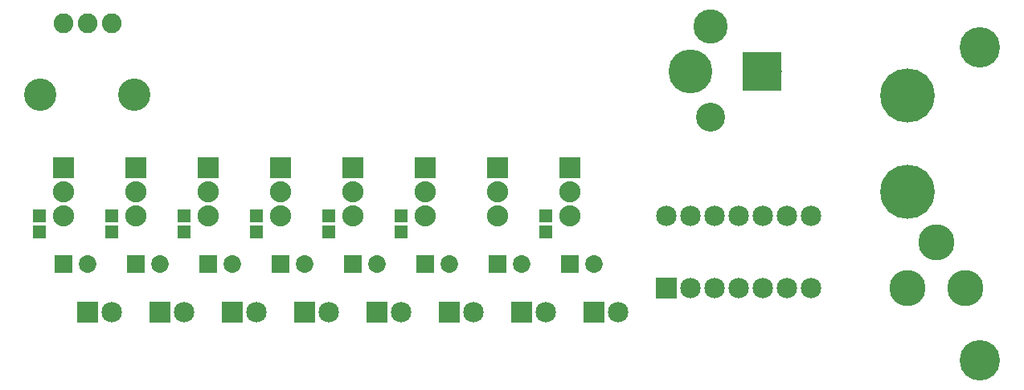
<source format=gts>
G04 MADE WITH FRITZING*
G04 WWW.FRITZING.ORG*
G04 DOUBLE SIDED*
G04 HOLES PLATED*
G04 CONTOUR ON CENTER OF CONTOUR VECTOR*
%ASAXBY*%
%FSLAX23Y23*%
%MOIN*%
%OFA0B0*%
%SFA1.0B1.0*%
%ADD10C,0.088000*%
%ADD11C,0.085000*%
%ADD12C,0.225000*%
%ADD13C,0.150000*%
%ADD14C,0.081889*%
%ADD15C,0.081917*%
%ADD16C,0.134033*%
%ADD17C,0.072992*%
%ADD18C,0.167480*%
%ADD19C,0.158000*%
%ADD20C,0.142000*%
%ADD21C,0.120000*%
%ADD22C,0.182000*%
%ADD23R,0.088000X0.088000*%
%ADD24R,0.085000X0.085000*%
%ADD25R,0.072992X0.072992*%
%ADD26R,0.053307X0.057244*%
%ADD27R,0.160000X0.160000*%
%LNMASK1*%
G90*
G70*
G54D10*
X233Y953D03*
X233Y853D03*
X233Y753D03*
X533Y953D03*
X533Y853D03*
X533Y753D03*
X833Y953D03*
X833Y853D03*
X833Y753D03*
X1133Y953D03*
X1133Y853D03*
X1133Y753D03*
X1433Y953D03*
X1433Y853D03*
X1433Y753D03*
X1733Y953D03*
X1733Y853D03*
X1733Y753D03*
X2033Y953D03*
X2033Y853D03*
X2033Y753D03*
X2333Y953D03*
X2333Y853D03*
X2333Y753D03*
G54D11*
X2433Y353D03*
X2533Y353D03*
X2133Y353D03*
X2233Y353D03*
X1833Y353D03*
X1933Y353D03*
X1533Y353D03*
X1633Y353D03*
X1233Y353D03*
X1333Y353D03*
X933Y353D03*
X1033Y353D03*
X633Y353D03*
X733Y353D03*
X333Y353D03*
X433Y353D03*
X2733Y453D03*
X2733Y753D03*
X2833Y453D03*
X2833Y753D03*
X2933Y453D03*
X2933Y753D03*
X3033Y453D03*
X3033Y753D03*
X3133Y453D03*
X3133Y753D03*
X3233Y453D03*
X3233Y753D03*
X3333Y453D03*
X3333Y753D03*
G54D12*
X3733Y1253D03*
X3733Y1253D03*
X3733Y853D03*
X3733Y853D03*
G54D13*
X3973Y453D03*
X3733Y453D03*
X3853Y643D03*
X3973Y453D03*
X3733Y453D03*
X3853Y643D03*
G54D14*
X433Y1553D03*
X333Y1553D03*
G54D15*
X233Y1553D03*
G54D16*
X527Y1257D03*
X139Y1257D03*
G54D14*
X433Y1553D03*
X333Y1553D03*
G54D15*
X233Y1553D03*
G54D16*
X527Y1257D03*
X139Y1257D03*
G54D17*
X2334Y553D03*
X2433Y553D03*
X2034Y553D03*
X2133Y553D03*
X1734Y553D03*
X1833Y553D03*
X1434Y553D03*
X1533Y553D03*
X1134Y553D03*
X1233Y553D03*
X834Y553D03*
X933Y553D03*
X534Y553D03*
X633Y553D03*
X234Y553D03*
X333Y553D03*
G54D18*
X4033Y153D03*
X4033Y1453D03*
G54D19*
X3133Y1353D03*
G54D20*
X2918Y1541D03*
G54D21*
X2918Y1165D03*
G54D22*
X2833Y1353D03*
G54D23*
X233Y953D03*
X533Y953D03*
X833Y953D03*
X1133Y953D03*
X1433Y953D03*
X1733Y953D03*
X2033Y953D03*
X2333Y953D03*
G54D24*
X2433Y353D03*
X2133Y353D03*
X1833Y353D03*
X1533Y353D03*
X1233Y353D03*
X933Y353D03*
X633Y353D03*
X333Y353D03*
X2733Y453D03*
G54D25*
X2334Y553D03*
X2034Y553D03*
X1734Y553D03*
X1434Y553D03*
X1134Y553D03*
X834Y553D03*
X534Y553D03*
X234Y553D03*
G54D26*
X2233Y753D03*
X2233Y686D03*
X1633Y753D03*
X1633Y686D03*
X1333Y753D03*
X1333Y686D03*
X1033Y753D03*
X1033Y686D03*
X733Y753D03*
X733Y686D03*
X433Y753D03*
X433Y686D03*
X133Y753D03*
X133Y686D03*
G54D27*
X3132Y1353D03*
G04 End of Mask1*
M02*
</source>
